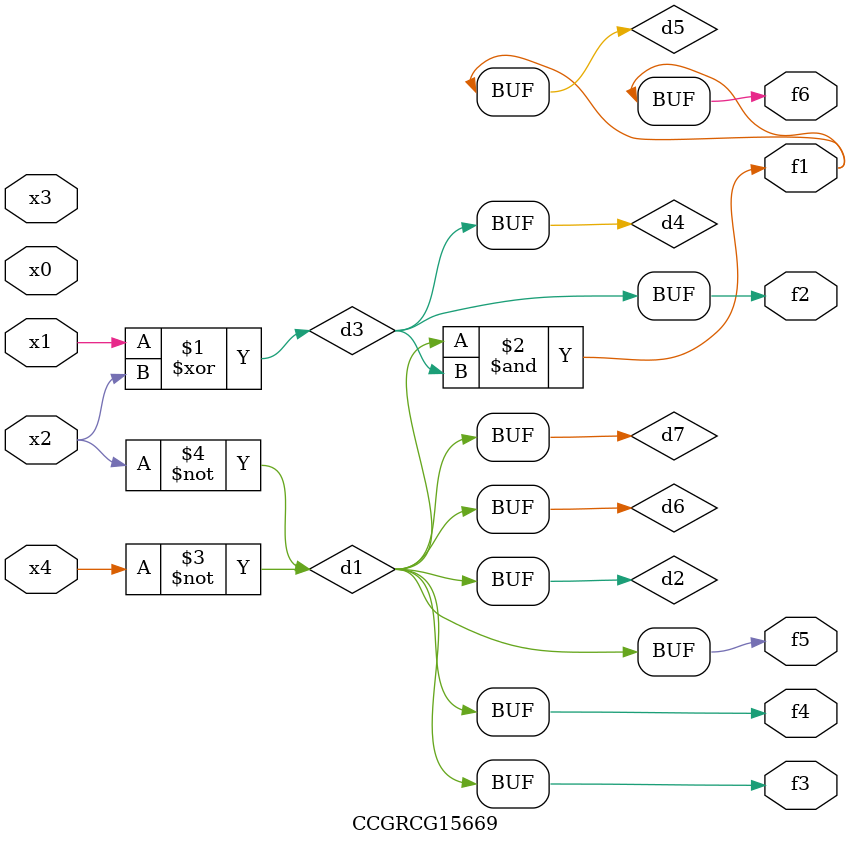
<source format=v>
module CCGRCG15669(
	input x0, x1, x2, x3, x4,
	output f1, f2, f3, f4, f5, f6
);

	wire d1, d2, d3, d4, d5, d6, d7;

	not (d1, x4);
	not (d2, x2);
	xor (d3, x1, x2);
	buf (d4, d3);
	and (d5, d1, d3);
	buf (d6, d1, d2);
	buf (d7, d2);
	assign f1 = d5;
	assign f2 = d4;
	assign f3 = d7;
	assign f4 = d7;
	assign f5 = d7;
	assign f6 = d5;
endmodule

</source>
